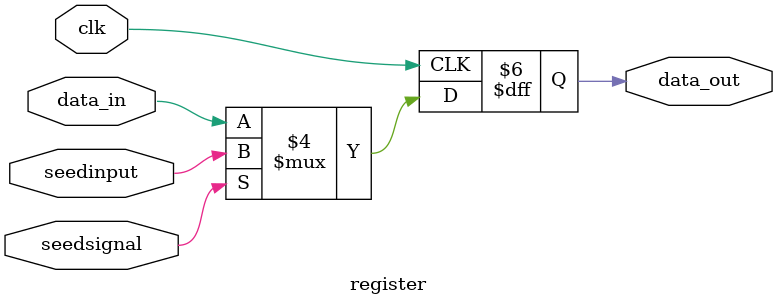
<source format=sv>
`timescale 1ns / 1ps


module make_shape_random(input logic change_shape, input logic Clk, input logic rst, 
                         output logic[2:0] curr_shape
    );
//    logic holdshape_in0;
//    logic holdshape_in1;
//    logic holdshape_in2;
//    logic current_shape0;
//    logic current_shape1;
//    logic current_shape2;
//    register holdshape0(.data_in(holdshape_in0), .clk(Clk), .data_out(current_shape0));
//    register holdshape1(.data_in(holdshape_in1), .clk(Clk), .data_out(current_shape1));
//    register holdshape2(.data_in(holdshape_in2), .clk(Clk), .data_out(current_shape2));
    //make a LFSR -- how do I seed this lol 
    logic r0_in;
    logic r1_in;
    logic r2_in;
    logic r3_in;
    logic r4_in;
    logic r5_in;
    logic r6_in;
    logic r0_out;
    logic r1_out;
    logic r2_out;
    logic r3_out;
    logic r4_out;
    logic r5_out;
    logic r6_out;
    
//    logic r0_outreg;
//    logic r1_outreg;
//    logic r2_outreg;
//    logic r3_outreg;
//    logic r4_outreg;
//    logic r5_outreg;
//    logic r6_outreg;
    
    always_ff @(posedge Clk) begin
        if (rst == 1) begin //replace with FSM signal later, can seed with a counter that starts immediately
            r0_in <=0; //this seed I think irrelevant
            r1_in <=0;
            r2_in <=0;
            r3_in <=1; 
            r4_in <=0;
            r5_in <=0;
            r6_in <=0;
            
//            r0_out <=0;
//            r1_out <=0;
//            r2_out <=0;
//            r3_out <=1; 
//            r4_out <=0;
//            r5_out <=0;
//            r6_out <=0;
        end
        else begin
            r0_in <= r0_out ^ r6_out;  
            r1_in <= r0_out;
            r2_in <= r1_out;
            r3_in <= r2_out;
            r4_in <= r3_out;
            r5_in <= r4_out;
            r6_in <= r5_out;
        end
        
    end
    
    register reg0(.data_in(r0_in), .clk(Clk), .seedsignal(rst), .seedinput(1), .data_out(r0_out));
    register reg1(.data_in(r1_in), .clk(Clk), .seedsignal(rst), .seedinput(1), .data_out(r1_out));
    register reg2(.data_in(r2_in), .clk(Clk), .seedsignal(rst), .seedinput(1), .data_out(r2_out));
    register reg3(.data_in(r3_in), .clk(Clk), .seedsignal(rst), .seedinput(1), .data_out(r3_out));
    register reg4(.data_in(r4_in), .clk(Clk), .seedsignal(rst), .seedinput(1), .data_out(r4_out));
    register reg5(.data_in(r5_in), .clk(Clk), .seedsignal(rst), .seedinput(1), .data_out(r5_out));
    register reg6(.data_in(r6_in), .clk(Clk), .seedsignal(rst), .seedinput(1), .data_out(r6_out));
    //assign r0_in = r1_out ^ r4_out;
    
    
    //See diagram on paper for control strucure
    always_ff @(posedge Clk) begin
        if (change_shape == 1'b1) begin
            curr_shape <= {r2_out, r1_out, r0_out};
        end
        else begin
            curr_shape <= curr_shape;
        end
    end
    //assign curr_color = {r2_out, r3_out, r4_out}; 
        
endmodule

module register(input logic data_in, input logic clk, input logic seedsignal, input logic seedinput,
                output logic data_out
                );
               always_ff @(posedge clk) begin
                   if (seedsignal == 1) begin
                        data_out <= seedinput; //no fucking idea why this works way better when seeded 111111
                   end
                   else begin
                        data_out <= data_in;
                   end
               end
endmodule


</source>
